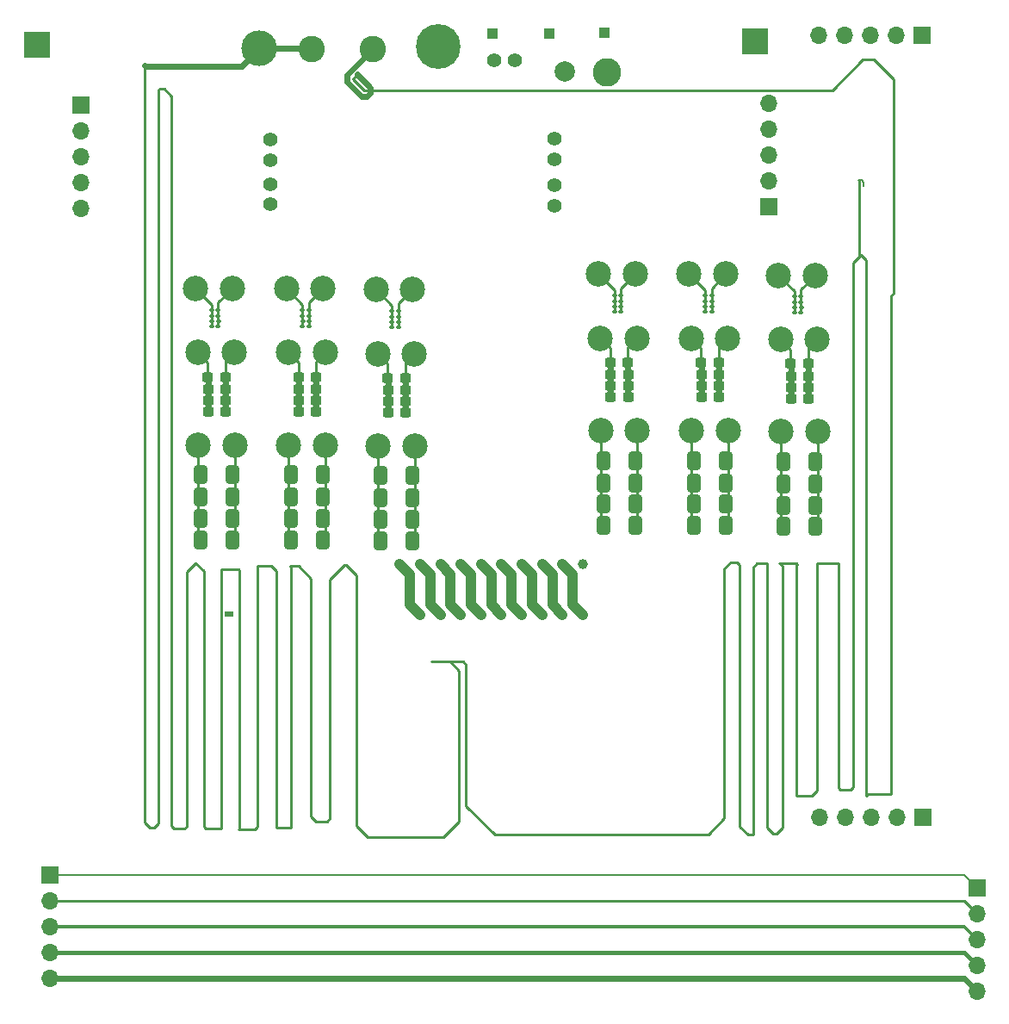
<source format=gbl>
G04 #@! TF.GenerationSoftware,KiCad,Pcbnew,(6.0.10)*
G04 #@! TF.CreationDate,2023-02-12T23:23:38+01:00*
G04 #@! TF.ProjectId,hamodule,68616d6f-6475-46c6-952e-6b696361645f,20220918.20*
G04 #@! TF.SameCoordinates,Original*
G04 #@! TF.FileFunction,Copper,L2,Bot*
G04 #@! TF.FilePolarity,Positive*
%FSLAX46Y46*%
G04 Gerber Fmt 4.6, Leading zero omitted, Abs format (unit mm)*
G04 Created by KiCad (PCBNEW (6.0.10)) date 2023-02-12 23:23:38*
%MOMM*%
%LPD*%
G01*
G04 APERTURE LIST*
G04 Aperture macros list*
%AMRoundRect*
0 Rectangle with rounded corners*
0 $1 Rounding radius*
0 $2 $3 $4 $5 $6 $7 $8 $9 X,Y pos of 4 corners*
0 Add a 4 corners polygon primitive as box body*
4,1,4,$2,$3,$4,$5,$6,$7,$8,$9,$2,$3,0*
0 Add four circle primitives for the rounded corners*
1,1,$1+$1,$2,$3*
1,1,$1+$1,$4,$5*
1,1,$1+$1,$6,$7*
1,1,$1+$1,$8,$9*
0 Add four rect primitives between the rounded corners*
20,1,$1+$1,$2,$3,$4,$5,0*
20,1,$1+$1,$4,$5,$6,$7,0*
20,1,$1+$1,$6,$7,$8,$9,0*
20,1,$1+$1,$8,$9,$2,$3,0*%
G04 Aperture macros list end*
G04 #@! TA.AperFunction,EtchedComponent*
%ADD10C,1.000000*%
G04 #@! TD*
G04 #@! TA.AperFunction,ComponentPad*
%ADD11C,1.400000*%
G04 #@! TD*
G04 #@! TA.AperFunction,ComponentPad*
%ADD12C,2.600000*%
G04 #@! TD*
G04 #@! TA.AperFunction,ComponentPad*
%ADD13R,1.700000X1.700000*%
G04 #@! TD*
G04 #@! TA.AperFunction,ComponentPad*
%ADD14O,1.700000X1.700000*%
G04 #@! TD*
G04 #@! TA.AperFunction,ComponentPad*
%ADD15R,1.000000X1.000000*%
G04 #@! TD*
G04 #@! TA.AperFunction,ConnectorPad*
%ADD16C,3.500000*%
G04 #@! TD*
G04 #@! TA.AperFunction,ComponentPad*
%ADD17R,2.500000X2.500000*%
G04 #@! TD*
G04 #@! TA.AperFunction,ComponentPad*
%ADD18C,1.000000*%
G04 #@! TD*
G04 #@! TA.AperFunction,ComponentPad*
%ADD19C,2.000000*%
G04 #@! TD*
G04 #@! TA.AperFunction,ComponentPad*
%ADD20R,0.900000X0.500000*%
G04 #@! TD*
G04 #@! TA.AperFunction,ComponentPad*
%ADD21C,2.800000*%
G04 #@! TD*
G04 #@! TA.AperFunction,ComponentPad*
%ADD22C,0.700000*%
G04 #@! TD*
G04 #@! TA.AperFunction,ComponentPad*
%ADD23C,4.400000*%
G04 #@! TD*
G04 #@! TA.AperFunction,SMDPad,CuDef*
%ADD24RoundRect,0.100000X0.130000X0.100000X-0.130000X0.100000X-0.130000X-0.100000X0.130000X-0.100000X0*%
G04 #@! TD*
G04 #@! TA.AperFunction,SMDPad,CuDef*
%ADD25C,2.500000*%
G04 #@! TD*
G04 #@! TA.AperFunction,SMDPad,CuDef*
%ADD26RoundRect,0.237500X0.300000X0.237500X-0.300000X0.237500X-0.300000X-0.237500X0.300000X-0.237500X0*%
G04 #@! TD*
G04 #@! TA.AperFunction,SMDPad,CuDef*
%ADD27RoundRect,0.250000X0.412500X0.650000X-0.412500X0.650000X-0.412500X-0.650000X0.412500X-0.650000X0*%
G04 #@! TD*
G04 #@! TA.AperFunction,Conductor*
%ADD28C,0.250000*%
G04 #@! TD*
G04 #@! TA.AperFunction,Conductor*
%ADD29C,0.600000*%
G04 #@! TD*
G04 #@! TA.AperFunction,Conductor*
%ADD30C,0.200000*%
G04 #@! TD*
G04 #@! TA.AperFunction,Conductor*
%ADD31C,0.400000*%
G04 #@! TD*
G04 #@! TA.AperFunction,Conductor*
%ADD32C,0.350000*%
G04 #@! TD*
G04 APERTURE END LIST*
D10*
X72331000Y-81648000D02*
X73331000Y-82648000D01*
X72331000Y-78648000D02*
X72331000Y-81648000D01*
X68331000Y-78648000D02*
X68331000Y-81648000D01*
X62331000Y-78648000D02*
X62331000Y-81648000D01*
X64331000Y-81648000D02*
X65331000Y-82648000D01*
X68331000Y-81648000D02*
X69331000Y-82648000D01*
X70331000Y-81648000D02*
X71331000Y-82648000D01*
X76331000Y-81648000D02*
X77331000Y-82648000D01*
X74331000Y-81648000D02*
X75331000Y-82648000D01*
X60331000Y-78648000D02*
X60331000Y-81648000D01*
X62331000Y-81648000D02*
X63331000Y-82648000D01*
X70331000Y-78648000D02*
X70331000Y-81648000D01*
X65331000Y-77648000D02*
X66331000Y-78648000D01*
X74331000Y-78648000D02*
X74331000Y-81648000D01*
X69331000Y-77648000D02*
X70331000Y-78648000D01*
X59331000Y-77648000D02*
X60331000Y-78648000D01*
X75331000Y-77648000D02*
X76331000Y-78648000D01*
X66331000Y-81648000D02*
X67331000Y-82648000D01*
X73331000Y-77648000D02*
X74331000Y-78648000D01*
X71331000Y-77648000D02*
X72331000Y-78648000D01*
X76331000Y-78648000D02*
X76331000Y-81648000D01*
X61331000Y-77648000D02*
X62331000Y-78648000D01*
X66331000Y-78648000D02*
X66331000Y-81648000D01*
X64331000Y-78648000D02*
X64331000Y-81648000D01*
X60331000Y-81648000D02*
X61331000Y-82648000D01*
X63331000Y-77648000D02*
X64331000Y-78648000D01*
X67331000Y-77648000D02*
X68331000Y-78648000D01*
D11*
X74549000Y-40418000D03*
X74549000Y-42418000D03*
X46609000Y-40291000D03*
X46609000Y-42291000D03*
X74549000Y-35846000D03*
X74549000Y-37846000D03*
X46609000Y-35957000D03*
X46609000Y-37957000D03*
D12*
X56642000Y-27051000D03*
D13*
X116078000Y-109474000D03*
D14*
X116078000Y-112014000D03*
X116078000Y-114554000D03*
X116078000Y-117094000D03*
X116078000Y-119634000D03*
D13*
X24892000Y-108204000D03*
D14*
X24892000Y-110744000D03*
X24892000Y-113284000D03*
X24892000Y-115824000D03*
X24892000Y-118364000D03*
D13*
X110765000Y-102529000D03*
D14*
X108225000Y-102529000D03*
X105685000Y-102529000D03*
X103145000Y-102529000D03*
X100605000Y-102529000D03*
D13*
X110668000Y-25669000D03*
D14*
X108128000Y-25669000D03*
X105588000Y-25669000D03*
X103048000Y-25669000D03*
X100508000Y-25669000D03*
D15*
X68431000Y-25548000D03*
D16*
X45531000Y-26948000D03*
D12*
X45531000Y-26948000D03*
D17*
X23631000Y-26648000D03*
D13*
X28007000Y-32523000D03*
D14*
X28007000Y-35063000D03*
X28007000Y-37603000D03*
X28007000Y-40143000D03*
X28007000Y-42683000D03*
D17*
X94231000Y-26248000D03*
D15*
X79431000Y-25448000D03*
D13*
X95595000Y-42494000D03*
D14*
X95595000Y-39954000D03*
X95595000Y-37414000D03*
X95595000Y-34874000D03*
X95595000Y-32334000D03*
D18*
X73331000Y-82648000D03*
X59331000Y-77648000D03*
X71331000Y-77648000D03*
X77331000Y-82648000D03*
X61331000Y-82648000D03*
X75331000Y-82648000D03*
X77331000Y-77648000D03*
X73331000Y-77648000D03*
X69331000Y-77648000D03*
X65331000Y-82648000D03*
X67331000Y-77648000D03*
X65331000Y-77648000D03*
X69331000Y-82648000D03*
X63331000Y-77648000D03*
X67331000Y-82648000D03*
X71331000Y-82648000D03*
X75331000Y-77648000D03*
X63331000Y-82648000D03*
X61331000Y-77648000D03*
D19*
X75531000Y-29248000D03*
D15*
X74031000Y-25548000D03*
D20*
X42531000Y-82548000D03*
D11*
X70631000Y-28148000D03*
X68631000Y-28148000D03*
D12*
X50631000Y-27048000D03*
D21*
X79731000Y-29348000D03*
D22*
X61952274Y-25630274D03*
X61952274Y-27963726D03*
X61469000Y-26797000D03*
D23*
X63119000Y-26797000D03*
D22*
X63119000Y-25147000D03*
X63119000Y-28447000D03*
X64285726Y-27963726D03*
X64769000Y-26797000D03*
X64285726Y-25630274D03*
D24*
X81079000Y-51273000D03*
X80439000Y-51273000D03*
D25*
X60779000Y-56973000D03*
D24*
X81079000Y-52873000D03*
X80439000Y-52873000D03*
X50419000Y-53773000D03*
X49779000Y-53773000D03*
D25*
X51779000Y-50573000D03*
D26*
X42196500Y-60473000D03*
X40471500Y-60473000D03*
D25*
X57216500Y-66073000D03*
D27*
X91379000Y-73873000D03*
X88254000Y-73873000D03*
D25*
X100416500Y-64673000D03*
D27*
X82459000Y-69673000D03*
X79334000Y-69673000D03*
D26*
X81796500Y-59073000D03*
X80071500Y-59073000D03*
D25*
X91379000Y-49173000D03*
X87779000Y-49173000D03*
X82696500Y-64573000D03*
X60579000Y-50673000D03*
X87979000Y-55473000D03*
D26*
X99479000Y-57973000D03*
X97754000Y-57973000D03*
D25*
X96579000Y-49273000D03*
D24*
X98819000Y-52473000D03*
X98179000Y-52473000D03*
X41479000Y-54273000D03*
X40839000Y-54273000D03*
X81099000Y-52373000D03*
X80459000Y-52373000D03*
D27*
X100179000Y-73973000D03*
X97054000Y-73973000D03*
D26*
X51079000Y-59273000D03*
X49354000Y-59273000D03*
D27*
X42859000Y-75273000D03*
X39734000Y-75273000D03*
D26*
X51116500Y-60473000D03*
X49391500Y-60473000D03*
D25*
X39459000Y-56873000D03*
D27*
X82459000Y-73873000D03*
X79334000Y-73873000D03*
D24*
X59219000Y-53873000D03*
X58579000Y-53873000D03*
D27*
X60579000Y-75373000D03*
X57454000Y-75373000D03*
X60579000Y-71173000D03*
X57454000Y-71173000D03*
D24*
X41479000Y-52673000D03*
X40839000Y-52673000D03*
D27*
X60579000Y-73273000D03*
X57454000Y-73273000D03*
D24*
X50399000Y-52673000D03*
X49759000Y-52673000D03*
D26*
X42196500Y-62673000D03*
X40471500Y-62673000D03*
D27*
X91379000Y-67473000D03*
X88254000Y-67473000D03*
D25*
X79059000Y-55473000D03*
D26*
X99516500Y-60273000D03*
X97791500Y-60273000D03*
D25*
X88016500Y-64573000D03*
X78859000Y-49173000D03*
D27*
X51779000Y-75273000D03*
X48654000Y-75273000D03*
X51779000Y-73173000D03*
X48654000Y-73173000D03*
D24*
X59199000Y-53373000D03*
X58559000Y-53373000D03*
D25*
X91616500Y-64573000D03*
X60816500Y-66073000D03*
D26*
X90679000Y-57873000D03*
X88954000Y-57873000D03*
D25*
X43059000Y-56873000D03*
X100379000Y-55573000D03*
X79096500Y-64573000D03*
D24*
X89999000Y-51873000D03*
X89359000Y-51873000D03*
D27*
X42859000Y-73173000D03*
X39734000Y-73173000D03*
D25*
X91579000Y-55473000D03*
D24*
X98799000Y-52973000D03*
X98159000Y-52973000D03*
D27*
X82459000Y-67473000D03*
X79334000Y-67473000D03*
X42859000Y-68873000D03*
X39734000Y-68873000D03*
X91379000Y-69673000D03*
X88254000Y-69673000D03*
D24*
X90019000Y-52373000D03*
X89379000Y-52373000D03*
D27*
X91379000Y-71773000D03*
X88254000Y-71773000D03*
D25*
X48416500Y-65973000D03*
X48379000Y-56873000D03*
D24*
X81079000Y-51873000D03*
X80439000Y-51873000D03*
D25*
X82459000Y-49173000D03*
D26*
X42196500Y-61573000D03*
X40471500Y-61573000D03*
D25*
X48179000Y-50573000D03*
D24*
X98799000Y-51373000D03*
X98159000Y-51373000D03*
D27*
X51779000Y-68873000D03*
X48654000Y-68873000D03*
D26*
X59916500Y-60573000D03*
X58191500Y-60573000D03*
D27*
X60579000Y-68973000D03*
X57454000Y-68973000D03*
D24*
X50399000Y-54273000D03*
X49759000Y-54273000D03*
D27*
X100179000Y-67573000D03*
X97054000Y-67573000D03*
D25*
X96816500Y-64673000D03*
D27*
X100179000Y-71873000D03*
X97054000Y-71873000D03*
D25*
X42859000Y-50573000D03*
D26*
X90716500Y-61273000D03*
X88991500Y-61273000D03*
X90716500Y-59073000D03*
X88991500Y-59073000D03*
D24*
X89999000Y-51273000D03*
X89359000Y-51273000D03*
X41499000Y-53773000D03*
X40859000Y-53773000D03*
X98799000Y-51973000D03*
X98159000Y-51973000D03*
D27*
X51779000Y-71073000D03*
X48654000Y-71073000D03*
D26*
X81796500Y-61273000D03*
X80071500Y-61273000D03*
D25*
X56979000Y-50673000D03*
X100179000Y-49273000D03*
D24*
X41479000Y-53273000D03*
X40839000Y-53273000D03*
D27*
X82459000Y-71773000D03*
X79334000Y-71773000D03*
D25*
X39496500Y-65973000D03*
D26*
X51116500Y-62673000D03*
X49391500Y-62673000D03*
D24*
X59199000Y-54373000D03*
X58559000Y-54373000D03*
D27*
X42859000Y-71073000D03*
X39734000Y-71073000D03*
D26*
X42159000Y-59273000D03*
X40434000Y-59273000D03*
D25*
X82659000Y-55473000D03*
D26*
X59879000Y-59373000D03*
X58154000Y-59373000D03*
D25*
X43096500Y-65973000D03*
D26*
X99516500Y-59173000D03*
X97791500Y-59173000D03*
X90716500Y-60173000D03*
X88991500Y-60173000D03*
D24*
X89999000Y-52873000D03*
X89359000Y-52873000D03*
D26*
X81796500Y-60173000D03*
X80071500Y-60173000D03*
X59916500Y-62773000D03*
X58191500Y-62773000D03*
X59916500Y-61673000D03*
X58191500Y-61673000D03*
D24*
X59199000Y-52773000D03*
X58559000Y-52773000D03*
D25*
X52016500Y-65973000D03*
D26*
X51116500Y-61573000D03*
X49391500Y-61573000D03*
D25*
X39259000Y-50573000D03*
D26*
X99516500Y-61373000D03*
X97791500Y-61373000D03*
D25*
X96779000Y-55573000D03*
D27*
X100179000Y-69773000D03*
X97054000Y-69773000D03*
D25*
X51979000Y-56873000D03*
X57179000Y-56973000D03*
D24*
X50399000Y-53273000D03*
X49759000Y-53273000D03*
D26*
X81759000Y-57873000D03*
X80034000Y-57873000D03*
D28*
X54737000Y-29972000D02*
X55178942Y-29530058D01*
D29*
X54112000Y-30230884D02*
X54112000Y-29581000D01*
X56096884Y-31698000D02*
X55579116Y-31698000D01*
X54112000Y-29581000D02*
X56642000Y-27051000D01*
X56463000Y-31331884D02*
X56096884Y-31698000D01*
X55579116Y-31698000D02*
X54112000Y-30230884D01*
X56463000Y-30814116D02*
X56463000Y-31331884D01*
X55178942Y-29530058D02*
X56463000Y-30814116D01*
D28*
X55838000Y-31073000D02*
X54737000Y-29972000D01*
X101859000Y-31073000D02*
X55838000Y-31073000D01*
X104859000Y-28073000D02*
X101859000Y-31073000D01*
D29*
X45531000Y-26948000D02*
X50531000Y-26948000D01*
X50531000Y-26948000D02*
X50631000Y-27048000D01*
X34355000Y-28702000D02*
X34259000Y-28606000D01*
X43777000Y-28702000D02*
X34355000Y-28702000D01*
X45531000Y-26948000D02*
X43777000Y-28702000D01*
D28*
X34259000Y-28606000D02*
X34259000Y-103073000D01*
X34259000Y-28473000D02*
X34259000Y-28606000D01*
X103886000Y-48046000D02*
X104477500Y-47454500D01*
X103886000Y-99568000D02*
X103886000Y-48046000D01*
X103632000Y-99822000D02*
X103886000Y-99568000D01*
X102459000Y-99665000D02*
X102616000Y-99822000D01*
X100359000Y-77573000D02*
X102459000Y-77573000D01*
X102459000Y-77573000D02*
X102459000Y-99665000D01*
X102616000Y-99822000D02*
X103632000Y-99822000D01*
X100359000Y-99920000D02*
X100359000Y-77573000D01*
X98298000Y-100457000D02*
X99822000Y-100457000D01*
X98459000Y-77673000D02*
X98298000Y-77834000D01*
X98359000Y-77573000D02*
X98459000Y-77673000D01*
X96659000Y-77573000D02*
X98359000Y-77573000D01*
X96959000Y-77873000D02*
X96659000Y-77573000D01*
X96959000Y-103573000D02*
X96959000Y-77873000D01*
X96359000Y-104173000D02*
X96959000Y-103573000D01*
X96059000Y-104173000D02*
X96359000Y-104173000D01*
X99822000Y-100457000D02*
X100359000Y-99920000D01*
X95459000Y-103573000D02*
X96059000Y-104173000D01*
X98298000Y-77834000D02*
X98298000Y-100457000D01*
X95459000Y-77573000D02*
X95459000Y-103573000D01*
X94459000Y-77573000D02*
X95459000Y-77573000D01*
X94059000Y-77973000D02*
X94459000Y-77573000D01*
X94059000Y-104273000D02*
X94059000Y-77973000D01*
X93559000Y-104273000D02*
X94059000Y-104273000D01*
X92759000Y-103473000D02*
X93559000Y-104273000D01*
X92759000Y-77773000D02*
X92759000Y-103473000D01*
X92459000Y-77473000D02*
X92759000Y-77773000D01*
X91859000Y-77473000D02*
X92459000Y-77473000D01*
X91259000Y-78073000D02*
X91859000Y-77473000D01*
X91259000Y-102673000D02*
X91259000Y-78073000D01*
X68659000Y-104273000D02*
X89659000Y-104273000D01*
X65859000Y-101473000D02*
X68659000Y-104273000D01*
X65859000Y-87573000D02*
X65859000Y-101473000D01*
X89659000Y-104273000D02*
X91259000Y-102673000D01*
X65559000Y-87273000D02*
X65859000Y-87573000D01*
X62459000Y-87273000D02*
X65559000Y-87273000D01*
X105373000Y-100240000D02*
X105159000Y-100454000D01*
X107659000Y-100240000D02*
X105373000Y-100240000D01*
X105159000Y-47773000D02*
X105159000Y-100454000D01*
X107659000Y-100240000D02*
X107659000Y-51273000D01*
X104477500Y-39961500D02*
X104454500Y-39938500D01*
X104477500Y-47454500D02*
X104477500Y-39961500D01*
D30*
X104763500Y-39938500D02*
X104454500Y-39938500D01*
D28*
X104477500Y-47454500D02*
X104659000Y-47273000D01*
D30*
X114808000Y-108204000D02*
X116078000Y-109474000D01*
X24892000Y-108204000D02*
X114808000Y-108204000D01*
D29*
X114808000Y-118364000D02*
X116078000Y-119634000D01*
X24892000Y-118364000D02*
X114808000Y-118364000D01*
D31*
X114808000Y-115824000D02*
X116078000Y-117094000D01*
X24892000Y-115824000D02*
X114808000Y-115824000D01*
D32*
X114808000Y-113284000D02*
X116078000Y-114554000D01*
X24892000Y-113284000D02*
X114808000Y-113284000D01*
D28*
X114808000Y-110744000D02*
X116078000Y-112014000D01*
X24892000Y-110744000D02*
X114808000Y-110744000D01*
X50399000Y-52673000D02*
X50399000Y-54273000D01*
X59199000Y-52773000D02*
X59199000Y-54373000D01*
X35659000Y-30973000D02*
X36159000Y-30973000D01*
D29*
X40471500Y-59310500D02*
X40434000Y-59273000D01*
D28*
X42859000Y-75273000D02*
X43096500Y-75035500D01*
D29*
X51079000Y-59273000D02*
X51079000Y-62635500D01*
X81759000Y-57873000D02*
X81759000Y-61235500D01*
D28*
X39259000Y-77573000D02*
X40059000Y-78373000D01*
X43459000Y-78173000D02*
X43559000Y-78273000D01*
D29*
X58191500Y-62773000D02*
X58191500Y-59410500D01*
D28*
X43559000Y-103673000D02*
X43459000Y-103773000D01*
X39496500Y-75035500D02*
X39734000Y-75273000D01*
X58154000Y-57948000D02*
X57179000Y-56973000D01*
X88954000Y-57873000D02*
X88954000Y-56448000D01*
X89999000Y-50553000D02*
X91379000Y-49173000D01*
X87779000Y-49173000D02*
X89359000Y-50753000D01*
X43459000Y-103773000D02*
X45059000Y-103773000D01*
X58559000Y-52773000D02*
X58559000Y-54373000D01*
X35559000Y-31073000D02*
X35659000Y-30973000D01*
X82459000Y-73873000D02*
X82696500Y-73635500D01*
X43096500Y-75035500D02*
X43096500Y-65973000D01*
X48659000Y-103573000D02*
X48659000Y-77973000D01*
X47159000Y-78373000D02*
X47159000Y-103573000D01*
X88016500Y-64573000D02*
X88016500Y-73635500D01*
X98159000Y-50853000D02*
X98159000Y-51373000D01*
X59199000Y-52773000D02*
X59199000Y-52053000D01*
X50559000Y-79073000D02*
X50559000Y-102473000D01*
X88016500Y-73635500D02*
X88254000Y-73873000D01*
X80439000Y-51273000D02*
X80439000Y-52873000D01*
X107659000Y-51273000D02*
X107859000Y-51073000D01*
D29*
X99479000Y-57973000D02*
X99479000Y-61335500D01*
D28*
X39259000Y-50573000D02*
X40839000Y-52153000D01*
X43559000Y-78273000D02*
X43559000Y-103673000D01*
D29*
X59879000Y-62735500D02*
X59916500Y-62773000D01*
D28*
X97754000Y-56548000D02*
X96779000Y-55573000D01*
D29*
X88991500Y-61273000D02*
X88991500Y-57910500D01*
D28*
X38359000Y-78473000D02*
X39259000Y-77573000D01*
X55059000Y-103373000D02*
X56159000Y-104473000D01*
X40059000Y-78373000D02*
X40059000Y-103473000D01*
X89359000Y-51273000D02*
X89359000Y-52873000D01*
X97754000Y-57973000D02*
X97754000Y-56548000D01*
X98159000Y-51373000D02*
X98159000Y-52973000D01*
X80439000Y-50753000D02*
X80439000Y-51273000D01*
X50559000Y-102473000D02*
X51059000Y-102973000D01*
X56979000Y-50673000D02*
X58559000Y-52253000D01*
X57216500Y-75135500D02*
X57454000Y-75373000D01*
X79096500Y-73635500D02*
X79334000Y-73873000D01*
X60816500Y-75135500D02*
X60816500Y-66073000D01*
X38359000Y-103473000D02*
X38359000Y-78473000D01*
X48179000Y-50573000D02*
X49759000Y-52153000D01*
X41479000Y-51953000D02*
X42859000Y-50573000D01*
X40059000Y-103473000D02*
X40259000Y-103673000D01*
X52459000Y-79173000D02*
X53859000Y-77773000D01*
X81759000Y-56373000D02*
X82659000Y-55473000D01*
X51079000Y-57773000D02*
X51979000Y-56873000D01*
X40434000Y-59273000D02*
X40434000Y-57848000D01*
D29*
X40471500Y-62673000D02*
X40471500Y-59310500D01*
D28*
X100459000Y-77673000D02*
X100359000Y-77573000D01*
X81759000Y-57873000D02*
X81759000Y-56373000D01*
X34759000Y-103573000D02*
X35159000Y-103573000D01*
X49354000Y-59273000D02*
X49354000Y-57848000D01*
X41759000Y-103673000D02*
X41759000Y-78173000D01*
X105959000Y-28073000D02*
X104859000Y-28073000D01*
X58154000Y-59373000D02*
X58154000Y-57948000D01*
D29*
X97791500Y-61373000D02*
X97791500Y-58010500D01*
D28*
X98799000Y-51373000D02*
X98799000Y-52973000D01*
X51059000Y-102973000D02*
X52159000Y-102973000D01*
X49759000Y-52673000D02*
X49759000Y-54273000D01*
X96816500Y-73735500D02*
X97054000Y-73973000D01*
X39496500Y-65973000D02*
X39496500Y-75035500D01*
X45359000Y-103473000D02*
X45359000Y-77873000D01*
X42159000Y-59273000D02*
X42159000Y-57773000D01*
X51779000Y-75273000D02*
X52016500Y-75035500D01*
D29*
X42159000Y-62635500D02*
X42196500Y-62673000D01*
D28*
X65159000Y-88173000D02*
X64259000Y-87273000D01*
X100179000Y-73973000D02*
X100416500Y-73735500D01*
X34259000Y-103073000D02*
X34759000Y-103573000D01*
X49354000Y-57848000D02*
X48379000Y-56873000D01*
X41479000Y-52673000D02*
X41479000Y-51953000D01*
X48659000Y-77973000D02*
X48559000Y-77873000D01*
X37159000Y-103673000D02*
X38159000Y-103673000D01*
X47159000Y-103573000D02*
X48659000Y-103573000D01*
X63659000Y-104473000D02*
X65159000Y-102973000D01*
X50399000Y-52673000D02*
X50399000Y-51953000D01*
X81079000Y-51273000D02*
X81079000Y-50553000D01*
X98799000Y-51373000D02*
X98799000Y-50653000D01*
D29*
X80071500Y-57910500D02*
X80034000Y-57873000D01*
D28*
X82696500Y-73635500D02*
X82696500Y-64573000D01*
X45359000Y-77873000D02*
X46659000Y-77873000D01*
X56159000Y-104473000D02*
X63659000Y-104473000D01*
X57216500Y-66073000D02*
X57216500Y-75135500D01*
X91616500Y-73635500D02*
X91616500Y-64573000D01*
X96816500Y-64673000D02*
X96816500Y-73735500D01*
X90679000Y-56373000D02*
X91579000Y-55473000D01*
D29*
X58191500Y-59410500D02*
X58154000Y-59373000D01*
D28*
X98799000Y-50653000D02*
X100179000Y-49273000D01*
X59199000Y-52053000D02*
X60579000Y-50673000D01*
X81079000Y-50553000D02*
X82459000Y-49173000D01*
X79096500Y-64573000D02*
X79096500Y-73635500D01*
X54059000Y-77773000D02*
X55059000Y-78773000D01*
X48416500Y-75035500D02*
X48654000Y-75273000D01*
X88954000Y-56448000D02*
X87979000Y-55473000D01*
X53859000Y-77773000D02*
X54059000Y-77773000D01*
X58559000Y-52253000D02*
X58559000Y-52773000D01*
X46659000Y-77873000D02*
X47159000Y-78373000D01*
X96579000Y-49273000D02*
X98159000Y-50853000D01*
X35159000Y-103573000D02*
X35559000Y-103173000D01*
X38159000Y-103673000D02*
X38359000Y-103473000D01*
X40839000Y-52153000D02*
X40839000Y-52673000D01*
D29*
X80071500Y-61273000D02*
X80071500Y-57910500D01*
X90679000Y-57873000D02*
X90679000Y-61235500D01*
D28*
X42159000Y-57773000D02*
X43059000Y-56873000D01*
X60579000Y-75373000D02*
X60816500Y-75135500D01*
D29*
X99479000Y-61335500D02*
X99516500Y-61373000D01*
X81759000Y-61235500D02*
X81796500Y-61273000D01*
D28*
X52016500Y-75035500D02*
X52016500Y-65973000D01*
X81079000Y-51273000D02*
X81079000Y-52873000D01*
X41759000Y-78173000D02*
X43459000Y-78173000D01*
X80034000Y-57873000D02*
X80034000Y-56448000D01*
X90679000Y-57873000D02*
X90679000Y-56373000D01*
D29*
X51079000Y-62635500D02*
X51116500Y-62673000D01*
X49391500Y-59310500D02*
X49354000Y-59273000D01*
D28*
X51079000Y-59273000D02*
X51079000Y-57773000D01*
X65159000Y-102973000D02*
X65159000Y-88173000D01*
D29*
X42159000Y-59273000D02*
X42159000Y-62635500D01*
D28*
X40259000Y-103673000D02*
X41759000Y-103673000D01*
X36859000Y-103373000D02*
X37159000Y-103673000D01*
D29*
X59879000Y-59373000D02*
X59879000Y-62735500D01*
D28*
X40434000Y-57848000D02*
X39459000Y-56873000D01*
X107859000Y-29973000D02*
X105959000Y-28073000D01*
X89999000Y-51273000D02*
X89999000Y-50553000D01*
X55059000Y-78773000D02*
X55059000Y-103373000D01*
D29*
X97791500Y-58010500D02*
X97754000Y-57973000D01*
D28*
X78859000Y-49173000D02*
X80439000Y-50753000D01*
X52459000Y-102673000D02*
X52459000Y-79173000D01*
X41479000Y-52673000D02*
X41479000Y-54273000D01*
X48559000Y-77873000D02*
X49359000Y-77873000D01*
X45059000Y-103773000D02*
X45359000Y-103473000D01*
D29*
X90679000Y-61235500D02*
X90716500Y-61273000D01*
D28*
X100416500Y-73735500D02*
X100416500Y-64673000D01*
X99479000Y-56473000D02*
X100379000Y-55573000D01*
X49759000Y-52153000D02*
X49759000Y-52673000D01*
X36159000Y-30973000D02*
X36859000Y-31673000D01*
D29*
X49391500Y-62673000D02*
X49391500Y-59310500D01*
D28*
X89999000Y-51273000D02*
X89999000Y-52873000D01*
X107859000Y-51073000D02*
X107859000Y-29973000D01*
X48416500Y-65973000D02*
X48416500Y-75035500D01*
X52159000Y-102973000D02*
X52459000Y-102673000D01*
X104659000Y-47273000D02*
X105159000Y-47773000D01*
X80034000Y-56448000D02*
X79059000Y-55473000D01*
X35559000Y-103173000D02*
X35559000Y-31073000D01*
X91379000Y-73873000D02*
X91616500Y-73635500D01*
X36859000Y-31673000D02*
X36859000Y-103373000D01*
D29*
X88991500Y-57910500D02*
X88954000Y-57873000D01*
D28*
X40839000Y-52673000D02*
X40839000Y-54273000D01*
X59879000Y-59373000D02*
X59879000Y-57873000D01*
X59879000Y-57873000D02*
X60779000Y-56973000D01*
X89359000Y-50753000D02*
X89359000Y-51273000D01*
X99479000Y-57973000D02*
X99479000Y-56473000D01*
X50399000Y-51953000D02*
X51779000Y-50573000D01*
X49359000Y-77873000D02*
X50559000Y-79073000D01*
D30*
X46202500Y-39938500D02*
X46183500Y-39957500D01*
X104953000Y-40128000D02*
X104763500Y-39938500D01*
X104953000Y-40509000D02*
X104953000Y-40128000D01*
M02*

</source>
